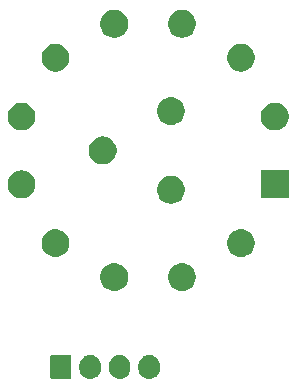
<source format=gbr>
G04 #@! TF.GenerationSoftware,KiCad,Pcbnew,5.0.2-bee76a0~70~ubuntu18.10.1*
G04 #@! TF.CreationDate,2019-03-17T01:32:55+01:00*
G04 #@! TF.ProjectId,Relocator Rotary,52656c6f-6361-4746-9f72-20526f746172,rev?*
G04 #@! TF.SameCoordinates,Original*
G04 #@! TF.FileFunction,Soldermask,Bot*
G04 #@! TF.FilePolarity,Negative*
%FSLAX46Y46*%
G04 Gerber Fmt 4.6, Leading zero omitted, Abs format (unit mm)*
G04 Created by KiCad (PCBNEW 5.0.2-bee76a0~70~ubuntu18.10.1) date dom 17 mar 2019 01:32:55 CET*
%MOMM*%
%LPD*%
G01*
G04 APERTURE LIST*
%ADD10C,0.100000*%
G04 APERTURE END LIST*
D10*
G36*
X29927026Y-46434237D02*
X30040252Y-46468584D01*
X30096866Y-46485757D01*
X30253389Y-46569421D01*
X30390586Y-46682014D01*
X30473848Y-46783471D01*
X30503178Y-46819209D01*
X30503179Y-46819211D01*
X30586843Y-46975733D01*
X30604016Y-47032347D01*
X30638363Y-47145573D01*
X30651400Y-47277942D01*
X30651400Y-47616457D01*
X30638363Y-47748826D01*
X30586843Y-47918666D01*
X30503178Y-48075191D01*
X30503177Y-48075192D01*
X30390586Y-48212386D01*
X30295651Y-48290296D01*
X30253391Y-48324978D01*
X30253389Y-48324979D01*
X30096867Y-48408643D01*
X30056134Y-48420999D01*
X29927027Y-48460163D01*
X29750400Y-48477559D01*
X29573774Y-48460163D01*
X29444667Y-48420999D01*
X29403934Y-48408643D01*
X29247412Y-48324979D01*
X29247410Y-48324978D01*
X29110216Y-48212386D01*
X29110212Y-48212383D01*
X28997622Y-48075192D01*
X28913957Y-47918667D01*
X28896784Y-47862053D01*
X28862437Y-47748827D01*
X28849400Y-47616458D01*
X28849400Y-47277943D01*
X28862437Y-47145574D01*
X28913957Y-46975735D01*
X28913957Y-46975734D01*
X28997621Y-46819211D01*
X29110214Y-46682014D01*
X29211671Y-46598752D01*
X29247409Y-46569422D01*
X29265313Y-46559852D01*
X29403933Y-46485757D01*
X29460547Y-46468584D01*
X29573773Y-46434237D01*
X29750400Y-46416841D01*
X29927026Y-46434237D01*
X29927026Y-46434237D01*
G37*
G36*
X24927026Y-46434237D02*
X25040252Y-46468584D01*
X25096866Y-46485757D01*
X25253389Y-46569421D01*
X25390586Y-46682014D01*
X25473848Y-46783471D01*
X25503178Y-46819209D01*
X25503179Y-46819211D01*
X25586843Y-46975733D01*
X25604016Y-47032347D01*
X25638363Y-47145573D01*
X25651400Y-47277942D01*
X25651400Y-47616457D01*
X25638363Y-47748826D01*
X25586843Y-47918666D01*
X25503178Y-48075191D01*
X25503177Y-48075192D01*
X25390586Y-48212386D01*
X25295651Y-48290296D01*
X25253391Y-48324978D01*
X25253389Y-48324979D01*
X25096867Y-48408643D01*
X25056134Y-48420999D01*
X24927027Y-48460163D01*
X24750400Y-48477559D01*
X24573774Y-48460163D01*
X24444667Y-48420999D01*
X24403934Y-48408643D01*
X24247412Y-48324979D01*
X24247410Y-48324978D01*
X24110216Y-48212386D01*
X24110212Y-48212383D01*
X23997622Y-48075192D01*
X23913957Y-47918667D01*
X23896784Y-47862053D01*
X23862437Y-47748827D01*
X23849400Y-47616458D01*
X23849400Y-47277943D01*
X23862437Y-47145574D01*
X23913957Y-46975735D01*
X23913957Y-46975734D01*
X23997621Y-46819211D01*
X24110214Y-46682014D01*
X24211671Y-46598752D01*
X24247409Y-46569422D01*
X24265313Y-46559852D01*
X24403933Y-46485757D01*
X24460547Y-46468584D01*
X24573773Y-46434237D01*
X24750400Y-46416841D01*
X24927026Y-46434237D01*
X24927026Y-46434237D01*
G37*
G36*
X27427026Y-46434237D02*
X27540252Y-46468584D01*
X27596866Y-46485757D01*
X27753389Y-46569421D01*
X27890586Y-46682014D01*
X27973848Y-46783471D01*
X28003178Y-46819209D01*
X28003179Y-46819211D01*
X28086843Y-46975733D01*
X28104016Y-47032347D01*
X28138363Y-47145573D01*
X28151400Y-47277942D01*
X28151400Y-47616457D01*
X28138363Y-47748826D01*
X28086843Y-47918666D01*
X28003178Y-48075191D01*
X28003177Y-48075192D01*
X27890586Y-48212386D01*
X27795651Y-48290296D01*
X27753391Y-48324978D01*
X27753389Y-48324979D01*
X27596867Y-48408643D01*
X27556134Y-48420999D01*
X27427027Y-48460163D01*
X27250400Y-48477559D01*
X27073774Y-48460163D01*
X26944667Y-48420999D01*
X26903934Y-48408643D01*
X26747412Y-48324979D01*
X26747410Y-48324978D01*
X26610216Y-48212386D01*
X26610212Y-48212383D01*
X26497622Y-48075192D01*
X26413957Y-47918667D01*
X26396784Y-47862053D01*
X26362437Y-47748827D01*
X26349400Y-47616458D01*
X26349400Y-47277943D01*
X26362437Y-47145574D01*
X26413957Y-46975735D01*
X26413957Y-46975734D01*
X26497621Y-46819211D01*
X26610214Y-46682014D01*
X26711671Y-46598752D01*
X26747409Y-46569422D01*
X26765313Y-46559852D01*
X26903933Y-46485757D01*
X26960547Y-46468584D01*
X27073773Y-46434237D01*
X27250400Y-46416841D01*
X27427026Y-46434237D01*
X27427026Y-46434237D01*
G37*
G36*
X23009000Y-46425189D02*
X23042049Y-46435214D01*
X23072506Y-46451494D01*
X23099199Y-46473401D01*
X23121106Y-46500094D01*
X23137386Y-46530551D01*
X23147411Y-46563600D01*
X23151400Y-46604104D01*
X23151400Y-48290296D01*
X23147411Y-48330800D01*
X23137386Y-48363849D01*
X23121106Y-48394306D01*
X23099199Y-48420999D01*
X23072506Y-48442906D01*
X23042049Y-48459186D01*
X23009000Y-48469211D01*
X22968496Y-48473200D01*
X21532304Y-48473200D01*
X21491800Y-48469211D01*
X21458751Y-48459186D01*
X21428294Y-48442906D01*
X21401601Y-48420999D01*
X21379694Y-48394306D01*
X21363414Y-48363849D01*
X21353389Y-48330800D01*
X21349400Y-48290296D01*
X21349400Y-46604104D01*
X21353389Y-46563600D01*
X21363414Y-46530551D01*
X21379694Y-46500094D01*
X21401601Y-46473401D01*
X21428294Y-46451494D01*
X21458751Y-46435214D01*
X21491800Y-46425189D01*
X21532304Y-46421200D01*
X22968496Y-46421200D01*
X23009000Y-46425189D01*
X23009000Y-46425189D01*
G37*
G36*
X32766626Y-38674996D02*
X32880227Y-38697593D01*
X33094245Y-38786242D01*
X33285558Y-38914074D01*
X33286859Y-38914943D01*
X33450657Y-39078741D01*
X33450659Y-39078744D01*
X33579358Y-39271355D01*
X33668007Y-39485373D01*
X33713200Y-39712574D01*
X33713200Y-39944226D01*
X33668007Y-40171427D01*
X33579358Y-40385445D01*
X33451526Y-40576758D01*
X33450657Y-40578059D01*
X33286859Y-40741857D01*
X33286856Y-40741859D01*
X33094245Y-40870558D01*
X32880227Y-40959207D01*
X32766627Y-40981803D01*
X32653027Y-41004400D01*
X32421373Y-41004400D01*
X32307773Y-40981803D01*
X32194173Y-40959207D01*
X31980155Y-40870558D01*
X31787544Y-40741859D01*
X31787541Y-40741857D01*
X31623743Y-40578059D01*
X31622874Y-40576758D01*
X31495042Y-40385445D01*
X31406393Y-40171427D01*
X31361200Y-39944226D01*
X31361200Y-39712574D01*
X31406393Y-39485373D01*
X31495042Y-39271355D01*
X31623741Y-39078744D01*
X31623743Y-39078741D01*
X31787541Y-38914943D01*
X31788842Y-38914074D01*
X31980155Y-38786242D01*
X32194173Y-38697593D01*
X32307774Y-38674996D01*
X32421373Y-38652400D01*
X32653027Y-38652400D01*
X32766626Y-38674996D01*
X32766626Y-38674996D01*
G37*
G36*
X27026626Y-38674996D02*
X27140227Y-38697593D01*
X27354245Y-38786242D01*
X27545558Y-38914074D01*
X27546859Y-38914943D01*
X27710657Y-39078741D01*
X27710659Y-39078744D01*
X27839358Y-39271355D01*
X27928007Y-39485373D01*
X27973200Y-39712574D01*
X27973200Y-39944226D01*
X27928007Y-40171427D01*
X27839358Y-40385445D01*
X27711526Y-40576758D01*
X27710657Y-40578059D01*
X27546859Y-40741857D01*
X27546856Y-40741859D01*
X27354245Y-40870558D01*
X27140227Y-40959207D01*
X27026627Y-40981803D01*
X26913027Y-41004400D01*
X26681373Y-41004400D01*
X26567773Y-40981803D01*
X26454173Y-40959207D01*
X26240155Y-40870558D01*
X26047544Y-40741859D01*
X26047541Y-40741857D01*
X25883743Y-40578059D01*
X25882874Y-40576758D01*
X25755042Y-40385445D01*
X25666393Y-40171427D01*
X25621200Y-39944226D01*
X25621200Y-39712574D01*
X25666393Y-39485373D01*
X25755042Y-39271355D01*
X25883741Y-39078744D01*
X25883743Y-39078741D01*
X26047541Y-38914943D01*
X26048842Y-38914074D01*
X26240155Y-38786242D01*
X26454173Y-38697593D01*
X26567774Y-38674996D01*
X26681373Y-38652400D01*
X26913027Y-38652400D01*
X27026626Y-38674996D01*
X27026626Y-38674996D01*
G37*
G36*
X37746627Y-35804997D02*
X37860227Y-35827593D01*
X38074245Y-35916242D01*
X38265558Y-36044074D01*
X38266859Y-36044943D01*
X38430657Y-36208741D01*
X38430659Y-36208744D01*
X38559358Y-36401355D01*
X38648007Y-36615373D01*
X38693200Y-36842574D01*
X38693200Y-37074226D01*
X38648007Y-37301427D01*
X38559358Y-37515445D01*
X38431526Y-37706758D01*
X38430657Y-37708059D01*
X38266859Y-37871857D01*
X38266856Y-37871859D01*
X38074245Y-38000558D01*
X37860227Y-38089207D01*
X37746627Y-38111803D01*
X37633027Y-38134400D01*
X37401373Y-38134400D01*
X37287773Y-38111803D01*
X37174173Y-38089207D01*
X36960155Y-38000558D01*
X36767544Y-37871859D01*
X36767541Y-37871857D01*
X36603743Y-37708059D01*
X36602874Y-37706758D01*
X36475042Y-37515445D01*
X36386393Y-37301427D01*
X36341200Y-37074226D01*
X36341200Y-36842574D01*
X36386393Y-36615373D01*
X36475042Y-36401355D01*
X36603741Y-36208744D01*
X36603743Y-36208741D01*
X36767541Y-36044943D01*
X36768842Y-36044074D01*
X36960155Y-35916242D01*
X37174173Y-35827593D01*
X37287773Y-35804997D01*
X37401373Y-35782400D01*
X37633027Y-35782400D01*
X37746627Y-35804997D01*
X37746627Y-35804997D01*
G37*
G36*
X22046627Y-35804997D02*
X22160227Y-35827593D01*
X22374245Y-35916242D01*
X22565558Y-36044074D01*
X22566859Y-36044943D01*
X22730657Y-36208741D01*
X22730659Y-36208744D01*
X22859358Y-36401355D01*
X22948007Y-36615373D01*
X22993200Y-36842574D01*
X22993200Y-37074226D01*
X22948007Y-37301427D01*
X22859358Y-37515445D01*
X22731526Y-37706758D01*
X22730657Y-37708059D01*
X22566859Y-37871857D01*
X22566856Y-37871859D01*
X22374245Y-38000558D01*
X22160227Y-38089207D01*
X22046627Y-38111803D01*
X21933027Y-38134400D01*
X21701373Y-38134400D01*
X21587773Y-38111803D01*
X21474173Y-38089207D01*
X21260155Y-38000558D01*
X21067544Y-37871859D01*
X21067541Y-37871857D01*
X20903743Y-37708059D01*
X20902874Y-37706758D01*
X20775042Y-37515445D01*
X20686393Y-37301427D01*
X20641200Y-37074226D01*
X20641200Y-36842574D01*
X20686393Y-36615373D01*
X20775042Y-36401355D01*
X20903741Y-36208744D01*
X20903743Y-36208741D01*
X21067541Y-36044943D01*
X21068842Y-36044074D01*
X21260155Y-35916242D01*
X21474173Y-35827593D01*
X21587773Y-35804997D01*
X21701373Y-35782400D01*
X21933027Y-35782400D01*
X22046627Y-35804997D01*
X22046627Y-35804997D01*
G37*
G36*
X31821627Y-31288997D02*
X31935227Y-31311593D01*
X32149245Y-31400242D01*
X32340558Y-31528074D01*
X32341859Y-31528943D01*
X32505657Y-31692741D01*
X32505659Y-31692744D01*
X32634358Y-31885355D01*
X32723007Y-32099373D01*
X32768200Y-32326574D01*
X32768200Y-32558226D01*
X32723007Y-32785427D01*
X32634358Y-32999445D01*
X32561017Y-33109207D01*
X32505657Y-33192059D01*
X32341859Y-33355857D01*
X32341856Y-33355859D01*
X32149245Y-33484558D01*
X31935227Y-33573207D01*
X31821626Y-33595804D01*
X31708027Y-33618400D01*
X31476373Y-33618400D01*
X31362774Y-33595804D01*
X31249173Y-33573207D01*
X31035155Y-33484558D01*
X30842544Y-33355859D01*
X30842541Y-33355857D01*
X30678743Y-33192059D01*
X30623383Y-33109207D01*
X30550042Y-32999445D01*
X30461393Y-32785427D01*
X30416200Y-32558226D01*
X30416200Y-32326574D01*
X30461393Y-32099373D01*
X30550042Y-31885355D01*
X30678741Y-31692744D01*
X30678743Y-31692741D01*
X30842541Y-31528943D01*
X30843842Y-31528074D01*
X31035155Y-31400242D01*
X31249173Y-31311593D01*
X31362773Y-31288997D01*
X31476373Y-31266400D01*
X31708027Y-31266400D01*
X31821627Y-31288997D01*
X31821627Y-31288997D01*
G37*
G36*
X19176626Y-30824996D02*
X19290227Y-30847593D01*
X19504245Y-30936242D01*
X19695558Y-31064074D01*
X19696859Y-31064943D01*
X19860657Y-31228741D01*
X19860659Y-31228744D01*
X19989358Y-31421355D01*
X20078007Y-31635373D01*
X20123200Y-31862574D01*
X20123200Y-32094226D01*
X20078007Y-32321427D01*
X19989358Y-32535445D01*
X19861526Y-32726758D01*
X19860657Y-32728059D01*
X19696859Y-32891857D01*
X19696856Y-32891859D01*
X19504245Y-33020558D01*
X19290227Y-33109207D01*
X19176627Y-33131803D01*
X19063027Y-33154400D01*
X18831373Y-33154400D01*
X18717773Y-33131803D01*
X18604173Y-33109207D01*
X18390155Y-33020558D01*
X18197544Y-32891859D01*
X18197541Y-32891857D01*
X18033743Y-32728059D01*
X18032874Y-32726758D01*
X17905042Y-32535445D01*
X17816393Y-32321427D01*
X17771200Y-32094226D01*
X17771200Y-31862574D01*
X17816393Y-31635373D01*
X17905042Y-31421355D01*
X18033741Y-31228744D01*
X18033743Y-31228741D01*
X18197541Y-31064943D01*
X18198842Y-31064074D01*
X18390155Y-30936242D01*
X18604173Y-30847593D01*
X18717774Y-30824996D01*
X18831373Y-30802400D01*
X19063027Y-30802400D01*
X19176626Y-30824996D01*
X19176626Y-30824996D01*
G37*
G36*
X41563200Y-33154400D02*
X39211200Y-33154400D01*
X39211200Y-30802400D01*
X41563200Y-30802400D01*
X41563200Y-33154400D01*
X41563200Y-33154400D01*
G37*
G36*
X26046627Y-27954997D02*
X26160227Y-27977593D01*
X26374245Y-28066242D01*
X26565558Y-28194074D01*
X26566859Y-28194943D01*
X26730657Y-28358741D01*
X26730659Y-28358744D01*
X26859358Y-28551355D01*
X26948007Y-28765373D01*
X26993200Y-28992574D01*
X26993200Y-29224226D01*
X26948007Y-29451427D01*
X26859358Y-29665445D01*
X26731526Y-29856758D01*
X26730657Y-29858059D01*
X26566859Y-30021857D01*
X26566856Y-30021859D01*
X26374245Y-30150558D01*
X26160227Y-30239207D01*
X26046627Y-30261803D01*
X25933027Y-30284400D01*
X25701373Y-30284400D01*
X25587773Y-30261803D01*
X25474173Y-30239207D01*
X25260155Y-30150558D01*
X25067544Y-30021859D01*
X25067541Y-30021857D01*
X24903743Y-29858059D01*
X24902874Y-29856758D01*
X24775042Y-29665445D01*
X24686393Y-29451427D01*
X24641200Y-29224226D01*
X24641200Y-28992574D01*
X24686393Y-28765373D01*
X24775042Y-28551355D01*
X24903741Y-28358744D01*
X24903743Y-28358741D01*
X25067541Y-28194943D01*
X25068842Y-28194074D01*
X25260155Y-28066242D01*
X25474173Y-27977593D01*
X25587773Y-27954997D01*
X25701373Y-27932400D01*
X25933027Y-27932400D01*
X26046627Y-27954997D01*
X26046627Y-27954997D01*
G37*
G36*
X40616626Y-25084996D02*
X40730227Y-25107593D01*
X40944245Y-25196242D01*
X41135558Y-25324074D01*
X41136859Y-25324943D01*
X41300657Y-25488741D01*
X41300659Y-25488744D01*
X41429358Y-25681355D01*
X41518007Y-25895373D01*
X41563200Y-26122574D01*
X41563200Y-26354226D01*
X41518007Y-26581427D01*
X41429358Y-26795445D01*
X41356017Y-26905207D01*
X41300657Y-26988059D01*
X41136859Y-27151857D01*
X41136856Y-27151859D01*
X40944245Y-27280558D01*
X40730227Y-27369207D01*
X40616626Y-27391804D01*
X40503027Y-27414400D01*
X40271373Y-27414400D01*
X40157774Y-27391804D01*
X40044173Y-27369207D01*
X39830155Y-27280558D01*
X39637544Y-27151859D01*
X39637541Y-27151857D01*
X39473743Y-26988059D01*
X39418383Y-26905207D01*
X39345042Y-26795445D01*
X39256393Y-26581427D01*
X39211200Y-26354226D01*
X39211200Y-26122574D01*
X39256393Y-25895373D01*
X39345042Y-25681355D01*
X39473741Y-25488744D01*
X39473743Y-25488741D01*
X39637541Y-25324943D01*
X39638842Y-25324074D01*
X39830155Y-25196242D01*
X40044173Y-25107593D01*
X40157774Y-25084996D01*
X40271373Y-25062400D01*
X40503027Y-25062400D01*
X40616626Y-25084996D01*
X40616626Y-25084996D01*
G37*
G36*
X19176626Y-25084996D02*
X19290227Y-25107593D01*
X19504245Y-25196242D01*
X19695558Y-25324074D01*
X19696859Y-25324943D01*
X19860657Y-25488741D01*
X19860659Y-25488744D01*
X19989358Y-25681355D01*
X20078007Y-25895373D01*
X20123200Y-26122574D01*
X20123200Y-26354226D01*
X20078007Y-26581427D01*
X19989358Y-26795445D01*
X19916017Y-26905207D01*
X19860657Y-26988059D01*
X19696859Y-27151857D01*
X19696856Y-27151859D01*
X19504245Y-27280558D01*
X19290227Y-27369207D01*
X19176626Y-27391804D01*
X19063027Y-27414400D01*
X18831373Y-27414400D01*
X18717774Y-27391804D01*
X18604173Y-27369207D01*
X18390155Y-27280558D01*
X18197544Y-27151859D01*
X18197541Y-27151857D01*
X18033743Y-26988059D01*
X17978383Y-26905207D01*
X17905042Y-26795445D01*
X17816393Y-26581427D01*
X17771200Y-26354226D01*
X17771200Y-26122574D01*
X17816393Y-25895373D01*
X17905042Y-25681355D01*
X18033741Y-25488744D01*
X18033743Y-25488741D01*
X18197541Y-25324943D01*
X18198842Y-25324074D01*
X18390155Y-25196242D01*
X18604173Y-25107593D01*
X18717774Y-25084996D01*
X18831373Y-25062400D01*
X19063027Y-25062400D01*
X19176626Y-25084996D01*
X19176626Y-25084996D01*
G37*
G36*
X31821626Y-24620996D02*
X31935227Y-24643593D01*
X32149245Y-24732242D01*
X32340558Y-24860074D01*
X32341859Y-24860943D01*
X32505657Y-25024741D01*
X32505659Y-25024744D01*
X32634358Y-25217355D01*
X32723007Y-25431373D01*
X32768200Y-25658574D01*
X32768200Y-25890226D01*
X32723007Y-26117427D01*
X32634358Y-26331445D01*
X32506526Y-26522758D01*
X32505657Y-26524059D01*
X32341859Y-26687857D01*
X32341856Y-26687859D01*
X32149245Y-26816558D01*
X31935227Y-26905207D01*
X31821626Y-26927804D01*
X31708027Y-26950400D01*
X31476373Y-26950400D01*
X31362774Y-26927804D01*
X31249173Y-26905207D01*
X31035155Y-26816558D01*
X30842544Y-26687859D01*
X30842541Y-26687857D01*
X30678743Y-26524059D01*
X30677874Y-26522758D01*
X30550042Y-26331445D01*
X30461393Y-26117427D01*
X30416200Y-25890226D01*
X30416200Y-25658574D01*
X30461393Y-25431373D01*
X30550042Y-25217355D01*
X30678741Y-25024744D01*
X30678743Y-25024741D01*
X30842541Y-24860943D01*
X30843842Y-24860074D01*
X31035155Y-24732242D01*
X31249173Y-24643593D01*
X31362773Y-24620997D01*
X31476373Y-24598400D01*
X31708027Y-24598400D01*
X31821626Y-24620996D01*
X31821626Y-24620996D01*
G37*
G36*
X37746627Y-20104997D02*
X37860227Y-20127593D01*
X38074245Y-20216242D01*
X38265558Y-20344074D01*
X38266859Y-20344943D01*
X38430657Y-20508741D01*
X38430659Y-20508744D01*
X38559358Y-20701355D01*
X38648007Y-20915373D01*
X38693200Y-21142574D01*
X38693200Y-21374226D01*
X38648007Y-21601427D01*
X38559358Y-21815445D01*
X38431526Y-22006758D01*
X38430657Y-22008059D01*
X38266859Y-22171857D01*
X38266856Y-22171859D01*
X38074245Y-22300558D01*
X37860227Y-22389207D01*
X37746627Y-22411803D01*
X37633027Y-22434400D01*
X37401373Y-22434400D01*
X37287773Y-22411803D01*
X37174173Y-22389207D01*
X36960155Y-22300558D01*
X36767544Y-22171859D01*
X36767541Y-22171857D01*
X36603743Y-22008059D01*
X36602874Y-22006758D01*
X36475042Y-21815445D01*
X36386393Y-21601427D01*
X36341200Y-21374226D01*
X36341200Y-21142574D01*
X36386393Y-20915373D01*
X36475042Y-20701355D01*
X36603741Y-20508744D01*
X36603743Y-20508741D01*
X36767541Y-20344943D01*
X36768842Y-20344074D01*
X36960155Y-20216242D01*
X37174173Y-20127593D01*
X37287773Y-20104997D01*
X37401373Y-20082400D01*
X37633027Y-20082400D01*
X37746627Y-20104997D01*
X37746627Y-20104997D01*
G37*
G36*
X22046627Y-20104997D02*
X22160227Y-20127593D01*
X22374245Y-20216242D01*
X22565558Y-20344074D01*
X22566859Y-20344943D01*
X22730657Y-20508741D01*
X22730659Y-20508744D01*
X22859358Y-20701355D01*
X22948007Y-20915373D01*
X22993200Y-21142574D01*
X22993200Y-21374226D01*
X22948007Y-21601427D01*
X22859358Y-21815445D01*
X22731526Y-22006758D01*
X22730657Y-22008059D01*
X22566859Y-22171857D01*
X22566856Y-22171859D01*
X22374245Y-22300558D01*
X22160227Y-22389207D01*
X22046627Y-22411803D01*
X21933027Y-22434400D01*
X21701373Y-22434400D01*
X21587773Y-22411803D01*
X21474173Y-22389207D01*
X21260155Y-22300558D01*
X21067544Y-22171859D01*
X21067541Y-22171857D01*
X20903743Y-22008059D01*
X20902874Y-22006758D01*
X20775042Y-21815445D01*
X20686393Y-21601427D01*
X20641200Y-21374226D01*
X20641200Y-21142574D01*
X20686393Y-20915373D01*
X20775042Y-20701355D01*
X20903741Y-20508744D01*
X20903743Y-20508741D01*
X21067541Y-20344943D01*
X21068842Y-20344074D01*
X21260155Y-20216242D01*
X21474173Y-20127593D01*
X21587773Y-20104997D01*
X21701373Y-20082400D01*
X21933027Y-20082400D01*
X22046627Y-20104997D01*
X22046627Y-20104997D01*
G37*
G36*
X32766627Y-17234997D02*
X32880227Y-17257593D01*
X33094245Y-17346242D01*
X33285558Y-17474074D01*
X33286859Y-17474943D01*
X33450657Y-17638741D01*
X33450659Y-17638744D01*
X33579358Y-17831355D01*
X33668007Y-18045373D01*
X33713200Y-18272574D01*
X33713200Y-18504226D01*
X33668007Y-18731427D01*
X33579358Y-18945445D01*
X33451526Y-19136758D01*
X33450657Y-19138059D01*
X33286859Y-19301857D01*
X33286856Y-19301859D01*
X33094245Y-19430558D01*
X32880227Y-19519207D01*
X32766627Y-19541803D01*
X32653027Y-19564400D01*
X32421373Y-19564400D01*
X32307773Y-19541803D01*
X32194173Y-19519207D01*
X31980155Y-19430558D01*
X31787544Y-19301859D01*
X31787541Y-19301857D01*
X31623743Y-19138059D01*
X31622874Y-19136758D01*
X31495042Y-18945445D01*
X31406393Y-18731427D01*
X31361200Y-18504226D01*
X31361200Y-18272574D01*
X31406393Y-18045373D01*
X31495042Y-17831355D01*
X31623741Y-17638744D01*
X31623743Y-17638741D01*
X31787541Y-17474943D01*
X31788842Y-17474074D01*
X31980155Y-17346242D01*
X32194173Y-17257593D01*
X32307773Y-17234997D01*
X32421373Y-17212400D01*
X32653027Y-17212400D01*
X32766627Y-17234997D01*
X32766627Y-17234997D01*
G37*
G36*
X27026627Y-17234997D02*
X27140227Y-17257593D01*
X27354245Y-17346242D01*
X27545558Y-17474074D01*
X27546859Y-17474943D01*
X27710657Y-17638741D01*
X27710659Y-17638744D01*
X27839358Y-17831355D01*
X27928007Y-18045373D01*
X27973200Y-18272574D01*
X27973200Y-18504226D01*
X27928007Y-18731427D01*
X27839358Y-18945445D01*
X27711526Y-19136758D01*
X27710657Y-19138059D01*
X27546859Y-19301857D01*
X27546856Y-19301859D01*
X27354245Y-19430558D01*
X27140227Y-19519207D01*
X27026627Y-19541803D01*
X26913027Y-19564400D01*
X26681373Y-19564400D01*
X26567773Y-19541803D01*
X26454173Y-19519207D01*
X26240155Y-19430558D01*
X26047544Y-19301859D01*
X26047541Y-19301857D01*
X25883743Y-19138059D01*
X25882874Y-19136758D01*
X25755042Y-18945445D01*
X25666393Y-18731427D01*
X25621200Y-18504226D01*
X25621200Y-18272574D01*
X25666393Y-18045373D01*
X25755042Y-17831355D01*
X25883741Y-17638744D01*
X25883743Y-17638741D01*
X26047541Y-17474943D01*
X26048842Y-17474074D01*
X26240155Y-17346242D01*
X26454173Y-17257593D01*
X26567773Y-17234997D01*
X26681373Y-17212400D01*
X26913027Y-17212400D01*
X27026627Y-17234997D01*
X27026627Y-17234997D01*
G37*
M02*

</source>
